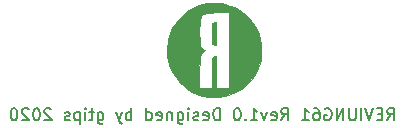
<source format=gbr>
G04 #@! TF.GenerationSoftware,KiCad,Pcbnew,(5.1.6-0-10_14)*
G04 #@! TF.CreationDate,2020-07-07T16:27:11+09:00*
G04 #@! TF.ProjectId,reviung61-top-plate,72657669-756e-4673-9631-2d746f702d70,1.0*
G04 #@! TF.SameCoordinates,Original*
G04 #@! TF.FileFunction,Legend,Bot*
G04 #@! TF.FilePolarity,Positive*
%FSLAX46Y46*%
G04 Gerber Fmt 4.6, Leading zero omitted, Abs format (unit mm)*
G04 Created by KiCad (PCBNEW (5.1.6-0-10_14)) date 2020-07-07 16:27:11*
%MOMM*%
%LPD*%
G01*
G04 APERTURE LIST*
%ADD10C,0.150000*%
%ADD11C,0.010000*%
G04 APERTURE END LIST*
D10*
X139642857Y-111702380D02*
X139976190Y-111226190D01*
X140214285Y-111702380D02*
X140214285Y-110702380D01*
X139833333Y-110702380D01*
X139738095Y-110750000D01*
X139690476Y-110797619D01*
X139642857Y-110892857D01*
X139642857Y-111035714D01*
X139690476Y-111130952D01*
X139738095Y-111178571D01*
X139833333Y-111226190D01*
X140214285Y-111226190D01*
X139214285Y-111178571D02*
X138880952Y-111178571D01*
X138738095Y-111702380D02*
X139214285Y-111702380D01*
X139214285Y-110702380D01*
X138738095Y-110702380D01*
X138452380Y-110702380D02*
X138119047Y-111702380D01*
X137785714Y-110702380D01*
X137452380Y-111702380D02*
X137452380Y-110702380D01*
X136976190Y-110702380D02*
X136976190Y-111511904D01*
X136928571Y-111607142D01*
X136880952Y-111654761D01*
X136785714Y-111702380D01*
X136595238Y-111702380D01*
X136500000Y-111654761D01*
X136452380Y-111607142D01*
X136404761Y-111511904D01*
X136404761Y-110702380D01*
X135928571Y-111702380D02*
X135928571Y-110702380D01*
X135357142Y-111702380D01*
X135357142Y-110702380D01*
X134357142Y-110750000D02*
X134452380Y-110702380D01*
X134595238Y-110702380D01*
X134738095Y-110750000D01*
X134833333Y-110845238D01*
X134880952Y-110940476D01*
X134928571Y-111130952D01*
X134928571Y-111273809D01*
X134880952Y-111464285D01*
X134833333Y-111559523D01*
X134738095Y-111654761D01*
X134595238Y-111702380D01*
X134500000Y-111702380D01*
X134357142Y-111654761D01*
X134309523Y-111607142D01*
X134309523Y-111273809D01*
X134500000Y-111273809D01*
X133452380Y-110702380D02*
X133642857Y-110702380D01*
X133738095Y-110750000D01*
X133785714Y-110797619D01*
X133880952Y-110940476D01*
X133928571Y-111130952D01*
X133928571Y-111511904D01*
X133880952Y-111607142D01*
X133833333Y-111654761D01*
X133738095Y-111702380D01*
X133547619Y-111702380D01*
X133452380Y-111654761D01*
X133404761Y-111607142D01*
X133357142Y-111511904D01*
X133357142Y-111273809D01*
X133404761Y-111178571D01*
X133452380Y-111130952D01*
X133547619Y-111083333D01*
X133738095Y-111083333D01*
X133833333Y-111130952D01*
X133880952Y-111178571D01*
X133928571Y-111273809D01*
X132404761Y-111702380D02*
X132976190Y-111702380D01*
X132690476Y-111702380D02*
X132690476Y-110702380D01*
X132785714Y-110845238D01*
X132880952Y-110940476D01*
X132976190Y-110988095D01*
X130642857Y-111702380D02*
X130976190Y-111226190D01*
X131214285Y-111702380D02*
X131214285Y-110702380D01*
X130833333Y-110702380D01*
X130738095Y-110750000D01*
X130690476Y-110797619D01*
X130642857Y-110892857D01*
X130642857Y-111035714D01*
X130690476Y-111130952D01*
X130738095Y-111178571D01*
X130833333Y-111226190D01*
X131214285Y-111226190D01*
X129833333Y-111654761D02*
X129928571Y-111702380D01*
X130119047Y-111702380D01*
X130214285Y-111654761D01*
X130261904Y-111559523D01*
X130261904Y-111178571D01*
X130214285Y-111083333D01*
X130119047Y-111035714D01*
X129928571Y-111035714D01*
X129833333Y-111083333D01*
X129785714Y-111178571D01*
X129785714Y-111273809D01*
X130261904Y-111369047D01*
X129452380Y-111035714D02*
X129214285Y-111702380D01*
X128976190Y-111035714D01*
X128071428Y-111702380D02*
X128642857Y-111702380D01*
X128357142Y-111702380D02*
X128357142Y-110702380D01*
X128452380Y-110845238D01*
X128547619Y-110940476D01*
X128642857Y-110988095D01*
X127642857Y-111607142D02*
X127595238Y-111654761D01*
X127642857Y-111702380D01*
X127690476Y-111654761D01*
X127642857Y-111607142D01*
X127642857Y-111702380D01*
X126976190Y-110702380D02*
X126880952Y-110702380D01*
X126785714Y-110750000D01*
X126738095Y-110797619D01*
X126690476Y-110892857D01*
X126642857Y-111083333D01*
X126642857Y-111321428D01*
X126690476Y-111511904D01*
X126738095Y-111607142D01*
X126785714Y-111654761D01*
X126880952Y-111702380D01*
X126976190Y-111702380D01*
X127071428Y-111654761D01*
X127119047Y-111607142D01*
X127166666Y-111511904D01*
X127214285Y-111321428D01*
X127214285Y-111083333D01*
X127166666Y-110892857D01*
X127119047Y-110797619D01*
X127071428Y-110750000D01*
X126976190Y-110702380D01*
X125452380Y-111702380D02*
X125452380Y-110702380D01*
X125214285Y-110702380D01*
X125071428Y-110750000D01*
X124976190Y-110845238D01*
X124928571Y-110940476D01*
X124880952Y-111130952D01*
X124880952Y-111273809D01*
X124928571Y-111464285D01*
X124976190Y-111559523D01*
X125071428Y-111654761D01*
X125214285Y-111702380D01*
X125452380Y-111702380D01*
X124071428Y-111654761D02*
X124166666Y-111702380D01*
X124357142Y-111702380D01*
X124452380Y-111654761D01*
X124500000Y-111559523D01*
X124500000Y-111178571D01*
X124452380Y-111083333D01*
X124357142Y-111035714D01*
X124166666Y-111035714D01*
X124071428Y-111083333D01*
X124023809Y-111178571D01*
X124023809Y-111273809D01*
X124500000Y-111369047D01*
X123642857Y-111654761D02*
X123547619Y-111702380D01*
X123357142Y-111702380D01*
X123261904Y-111654761D01*
X123214285Y-111559523D01*
X123214285Y-111511904D01*
X123261904Y-111416666D01*
X123357142Y-111369047D01*
X123500000Y-111369047D01*
X123595238Y-111321428D01*
X123642857Y-111226190D01*
X123642857Y-111178571D01*
X123595238Y-111083333D01*
X123500000Y-111035714D01*
X123357142Y-111035714D01*
X123261904Y-111083333D01*
X122785714Y-111702380D02*
X122785714Y-111035714D01*
X122785714Y-110702380D02*
X122833333Y-110750000D01*
X122785714Y-110797619D01*
X122738095Y-110750000D01*
X122785714Y-110702380D01*
X122785714Y-110797619D01*
X121880952Y-111035714D02*
X121880952Y-111845238D01*
X121928571Y-111940476D01*
X121976190Y-111988095D01*
X122071428Y-112035714D01*
X122214285Y-112035714D01*
X122309523Y-111988095D01*
X121880952Y-111654761D02*
X121976190Y-111702380D01*
X122166666Y-111702380D01*
X122261904Y-111654761D01*
X122309523Y-111607142D01*
X122357142Y-111511904D01*
X122357142Y-111226190D01*
X122309523Y-111130952D01*
X122261904Y-111083333D01*
X122166666Y-111035714D01*
X121976190Y-111035714D01*
X121880952Y-111083333D01*
X121404761Y-111035714D02*
X121404761Y-111702380D01*
X121404761Y-111130952D02*
X121357142Y-111083333D01*
X121261904Y-111035714D01*
X121119047Y-111035714D01*
X121023809Y-111083333D01*
X120976190Y-111178571D01*
X120976190Y-111702380D01*
X120119047Y-111654761D02*
X120214285Y-111702380D01*
X120404761Y-111702380D01*
X120500000Y-111654761D01*
X120547619Y-111559523D01*
X120547619Y-111178571D01*
X120500000Y-111083333D01*
X120404761Y-111035714D01*
X120214285Y-111035714D01*
X120119047Y-111083333D01*
X120071428Y-111178571D01*
X120071428Y-111273809D01*
X120547619Y-111369047D01*
X119214285Y-111702380D02*
X119214285Y-110702380D01*
X119214285Y-111654761D02*
X119309523Y-111702380D01*
X119500000Y-111702380D01*
X119595238Y-111654761D01*
X119642857Y-111607142D01*
X119690476Y-111511904D01*
X119690476Y-111226190D01*
X119642857Y-111130952D01*
X119595238Y-111083333D01*
X119500000Y-111035714D01*
X119309523Y-111035714D01*
X119214285Y-111083333D01*
X117976190Y-111702380D02*
X117976190Y-110702380D01*
X117976190Y-111083333D02*
X117880952Y-111035714D01*
X117690476Y-111035714D01*
X117595238Y-111083333D01*
X117547619Y-111130952D01*
X117500000Y-111226190D01*
X117500000Y-111511904D01*
X117547619Y-111607142D01*
X117595238Y-111654761D01*
X117690476Y-111702380D01*
X117880952Y-111702380D01*
X117976190Y-111654761D01*
X117166666Y-111035714D02*
X116928571Y-111702380D01*
X116690476Y-111035714D02*
X116928571Y-111702380D01*
X117023809Y-111940476D01*
X117071428Y-111988095D01*
X117166666Y-112035714D01*
X115119047Y-111035714D02*
X115119047Y-111845238D01*
X115166666Y-111940476D01*
X115214285Y-111988095D01*
X115309523Y-112035714D01*
X115452380Y-112035714D01*
X115547619Y-111988095D01*
X115119047Y-111654761D02*
X115214285Y-111702380D01*
X115404761Y-111702380D01*
X115500000Y-111654761D01*
X115547619Y-111607142D01*
X115595238Y-111511904D01*
X115595238Y-111226190D01*
X115547619Y-111130952D01*
X115500000Y-111083333D01*
X115404761Y-111035714D01*
X115214285Y-111035714D01*
X115119047Y-111083333D01*
X114785714Y-111035714D02*
X114404761Y-111035714D01*
X114642857Y-110702380D02*
X114642857Y-111559523D01*
X114595238Y-111654761D01*
X114500000Y-111702380D01*
X114404761Y-111702380D01*
X114071428Y-111702380D02*
X114071428Y-111035714D01*
X114071428Y-110702380D02*
X114119047Y-110750000D01*
X114071428Y-110797619D01*
X114023809Y-110750000D01*
X114071428Y-110702380D01*
X114071428Y-110797619D01*
X113595238Y-111035714D02*
X113595238Y-112035714D01*
X113595238Y-111083333D02*
X113500000Y-111035714D01*
X113309523Y-111035714D01*
X113214285Y-111083333D01*
X113166666Y-111130952D01*
X113119047Y-111226190D01*
X113119047Y-111511904D01*
X113166666Y-111607142D01*
X113214285Y-111654761D01*
X113309523Y-111702380D01*
X113500000Y-111702380D01*
X113595238Y-111654761D01*
X112738095Y-111654761D02*
X112642857Y-111702380D01*
X112452380Y-111702380D01*
X112357142Y-111654761D01*
X112309523Y-111559523D01*
X112309523Y-111511904D01*
X112357142Y-111416666D01*
X112452380Y-111369047D01*
X112595238Y-111369047D01*
X112690476Y-111321428D01*
X112738095Y-111226190D01*
X112738095Y-111178571D01*
X112690476Y-111083333D01*
X112595238Y-111035714D01*
X112452380Y-111035714D01*
X112357142Y-111083333D01*
X111166666Y-110797619D02*
X111119047Y-110750000D01*
X111023809Y-110702380D01*
X110785714Y-110702380D01*
X110690476Y-110750000D01*
X110642857Y-110797619D01*
X110595238Y-110892857D01*
X110595238Y-110988095D01*
X110642857Y-111130952D01*
X111214285Y-111702380D01*
X110595238Y-111702380D01*
X109976190Y-110702380D02*
X109880952Y-110702380D01*
X109785714Y-110750000D01*
X109738095Y-110797619D01*
X109690476Y-110892857D01*
X109642857Y-111083333D01*
X109642857Y-111321428D01*
X109690476Y-111511904D01*
X109738095Y-111607142D01*
X109785714Y-111654761D01*
X109880952Y-111702380D01*
X109976190Y-111702380D01*
X110071428Y-111654761D01*
X110119047Y-111607142D01*
X110166666Y-111511904D01*
X110214285Y-111321428D01*
X110214285Y-111083333D01*
X110166666Y-110892857D01*
X110119047Y-110797619D01*
X110071428Y-110750000D01*
X109976190Y-110702380D01*
X109261904Y-110797619D02*
X109214285Y-110750000D01*
X109119047Y-110702380D01*
X108880952Y-110702380D01*
X108785714Y-110750000D01*
X108738095Y-110797619D01*
X108690476Y-110892857D01*
X108690476Y-110988095D01*
X108738095Y-111130952D01*
X109309523Y-111702380D01*
X108690476Y-111702380D01*
X108071428Y-110702380D02*
X107976190Y-110702380D01*
X107880952Y-110750000D01*
X107833333Y-110797619D01*
X107785714Y-110892857D01*
X107738095Y-111083333D01*
X107738095Y-111321428D01*
X107785714Y-111511904D01*
X107833333Y-111607142D01*
X107880952Y-111654761D01*
X107976190Y-111702380D01*
X108071428Y-111702380D01*
X108166666Y-111654761D01*
X108214285Y-111607142D01*
X108261904Y-111511904D01*
X108309523Y-111321428D01*
X108309523Y-111083333D01*
X108261904Y-110892857D01*
X108214285Y-110797619D01*
X108166666Y-110750000D01*
X108071428Y-110702380D01*
D11*
G36*
X124955315Y-103431922D02*
G01*
X124880345Y-103460525D01*
X124837687Y-103503908D01*
X124832353Y-103535791D01*
X124827621Y-103604282D01*
X124823515Y-103703663D01*
X124820062Y-103828214D01*
X124817287Y-103972213D01*
X124815216Y-104129941D01*
X124813872Y-104295678D01*
X124813283Y-104463703D01*
X124813473Y-104628298D01*
X124814468Y-104783741D01*
X124816292Y-104924312D01*
X124818972Y-105044292D01*
X124822533Y-105137960D01*
X124827001Y-105199596D01*
X124830082Y-105218658D01*
X124869363Y-105298116D01*
X124937210Y-105347645D01*
X125035168Y-105368247D01*
X125062449Y-105369000D01*
X125148167Y-105369000D01*
X125148167Y-103421666D01*
X125053913Y-103421666D01*
X124955315Y-103431922D01*
G37*
X124955315Y-103431922D02*
X124880345Y-103460525D01*
X124837687Y-103503908D01*
X124832353Y-103535791D01*
X124827621Y-103604282D01*
X124823515Y-103703663D01*
X124820062Y-103828214D01*
X124817287Y-103972213D01*
X124815216Y-104129941D01*
X124813872Y-104295678D01*
X124813283Y-104463703D01*
X124813473Y-104628298D01*
X124814468Y-104783741D01*
X124816292Y-104924312D01*
X124818972Y-105044292D01*
X124822533Y-105137960D01*
X124827001Y-105199596D01*
X124830082Y-105218658D01*
X124869363Y-105298116D01*
X124937210Y-105347645D01*
X125035168Y-105368247D01*
X125062449Y-105369000D01*
X125148167Y-105369000D01*
X125148167Y-103421666D01*
X125053913Y-103421666D01*
X124955315Y-103431922D01*
G36*
X124739169Y-101778093D02*
G01*
X124342381Y-101822589D01*
X123950887Y-101906850D01*
X123567898Y-102030847D01*
X123215208Y-102185247D01*
X122859935Y-102384243D01*
X122533684Y-102612008D01*
X122237017Y-102865973D01*
X121970494Y-103143568D01*
X121734676Y-103442224D01*
X121530125Y-103759373D01*
X121357401Y-104092446D01*
X121217064Y-104438873D01*
X121109675Y-104796087D01*
X121035796Y-105161517D01*
X120995987Y-105532596D01*
X120990808Y-105906754D01*
X121020821Y-106281422D01*
X121086587Y-106654032D01*
X121188665Y-107022014D01*
X121327618Y-107382799D01*
X121504005Y-107733819D01*
X121718388Y-108072505D01*
X121882553Y-108290000D01*
X121986140Y-108409791D01*
X122112723Y-108543066D01*
X122251574Y-108679468D01*
X122391965Y-108808642D01*
X122523166Y-108920231D01*
X122587000Y-108969968D01*
X122925165Y-109196517D01*
X123282842Y-109386755D01*
X123656646Y-109539746D01*
X124043194Y-109654554D01*
X124439100Y-109730244D01*
X124840980Y-109765881D01*
X125245449Y-109760528D01*
X125399900Y-109747471D01*
X125801110Y-109684916D01*
X126188135Y-109583797D01*
X126558906Y-109446113D01*
X126911356Y-109273861D01*
X127243417Y-109069042D01*
X127405034Y-108946166D01*
X126248834Y-108946166D01*
X125148167Y-108946166D01*
X125148167Y-106300333D01*
X125068792Y-106300645D01*
X124966921Y-106316230D01*
X124891472Y-106363568D01*
X124846575Y-106427627D01*
X124838709Y-106445950D01*
X124832035Y-106469307D01*
X124826456Y-106501090D01*
X124821875Y-106544695D01*
X124818196Y-106603514D01*
X124815322Y-106680942D01*
X124813154Y-106780372D01*
X124811597Y-106905197D01*
X124810554Y-107058811D01*
X124809926Y-107244608D01*
X124809619Y-107465982D01*
X124809533Y-107723791D01*
X124809500Y-108946166D01*
X123727865Y-108946166D01*
X123734700Y-107670875D01*
X123736150Y-107406552D01*
X123737535Y-107181061D01*
X123738988Y-106990896D01*
X123740643Y-106832557D01*
X123742632Y-106702539D01*
X123745090Y-106597341D01*
X123748150Y-106513460D01*
X123751944Y-106447393D01*
X123756607Y-106395637D01*
X123762272Y-106354690D01*
X123769071Y-106321048D01*
X123777140Y-106291210D01*
X123786610Y-106261673D01*
X123788577Y-106255810D01*
X123860954Y-106103360D01*
X123965740Y-105972376D01*
X124096552Y-105870649D01*
X124110880Y-105862351D01*
X124213726Y-105804538D01*
X124125321Y-105754649D01*
X123996016Y-105664405D01*
X123895774Y-105553363D01*
X123819309Y-105414558D01*
X123776430Y-105294916D01*
X123766313Y-105239116D01*
X123757393Y-105146894D01*
X123749724Y-105024146D01*
X123743357Y-104876768D01*
X123738346Y-104710656D01*
X123734744Y-104531707D01*
X123732603Y-104345815D01*
X123731976Y-104158877D01*
X123732917Y-103976790D01*
X123735477Y-103805449D01*
X123739711Y-103650749D01*
X123745670Y-103518588D01*
X123753408Y-103414861D01*
X123759145Y-103367262D01*
X123794980Y-103178116D01*
X123841282Y-103025671D01*
X123900743Y-102905016D01*
X123976053Y-102811239D01*
X124069904Y-102739428D01*
X124117093Y-102713853D01*
X124177592Y-102685633D01*
X124236629Y-102662032D01*
X124298674Y-102642584D01*
X124368196Y-102626818D01*
X124449667Y-102614267D01*
X124547557Y-102604463D01*
X124666335Y-102596936D01*
X124810472Y-102591219D01*
X124984438Y-102586842D01*
X125192704Y-102583338D01*
X125386292Y-102580857D01*
X126248834Y-102570707D01*
X126248834Y-108946166D01*
X127405034Y-108946166D01*
X127553023Y-108833652D01*
X127838105Y-108569689D01*
X128096596Y-108279153D01*
X128326429Y-107964042D01*
X128525536Y-107626353D01*
X128691850Y-107268085D01*
X128823303Y-106891236D01*
X128917828Y-106497805D01*
X128947360Y-106318746D01*
X128964041Y-106159312D01*
X128974042Y-105972012D01*
X128977364Y-105770784D01*
X128974008Y-105569564D01*
X128963974Y-105382289D01*
X128947321Y-105223308D01*
X128868838Y-104817277D01*
X128751869Y-104426807D01*
X128597990Y-104054043D01*
X128408777Y-103701129D01*
X128185805Y-103370208D01*
X127930652Y-103063423D01*
X127644891Y-102782917D01*
X127330100Y-102530835D01*
X126987854Y-102309320D01*
X126690249Y-102153136D01*
X126315110Y-101998359D01*
X125929223Y-101883496D01*
X125535799Y-101808517D01*
X125138045Y-101773393D01*
X124739169Y-101778093D01*
G37*
X124739169Y-101778093D02*
X124342381Y-101822589D01*
X123950887Y-101906850D01*
X123567898Y-102030847D01*
X123215208Y-102185247D01*
X122859935Y-102384243D01*
X122533684Y-102612008D01*
X122237017Y-102865973D01*
X121970494Y-103143568D01*
X121734676Y-103442224D01*
X121530125Y-103759373D01*
X121357401Y-104092446D01*
X121217064Y-104438873D01*
X121109675Y-104796087D01*
X121035796Y-105161517D01*
X120995987Y-105532596D01*
X120990808Y-105906754D01*
X121020821Y-106281422D01*
X121086587Y-106654032D01*
X121188665Y-107022014D01*
X121327618Y-107382799D01*
X121504005Y-107733819D01*
X121718388Y-108072505D01*
X121882553Y-108290000D01*
X121986140Y-108409791D01*
X122112723Y-108543066D01*
X122251574Y-108679468D01*
X122391965Y-108808642D01*
X122523166Y-108920231D01*
X122587000Y-108969968D01*
X122925165Y-109196517D01*
X123282842Y-109386755D01*
X123656646Y-109539746D01*
X124043194Y-109654554D01*
X124439100Y-109730244D01*
X124840980Y-109765881D01*
X125245449Y-109760528D01*
X125399900Y-109747471D01*
X125801110Y-109684916D01*
X126188135Y-109583797D01*
X126558906Y-109446113D01*
X126911356Y-109273861D01*
X127243417Y-109069042D01*
X127405034Y-108946166D01*
X126248834Y-108946166D01*
X125148167Y-108946166D01*
X125148167Y-106300333D01*
X125068792Y-106300645D01*
X124966921Y-106316230D01*
X124891472Y-106363568D01*
X124846575Y-106427627D01*
X124838709Y-106445950D01*
X124832035Y-106469307D01*
X124826456Y-106501090D01*
X124821875Y-106544695D01*
X124818196Y-106603514D01*
X124815322Y-106680942D01*
X124813154Y-106780372D01*
X124811597Y-106905197D01*
X124810554Y-107058811D01*
X124809926Y-107244608D01*
X124809619Y-107465982D01*
X124809533Y-107723791D01*
X124809500Y-108946166D01*
X123727865Y-108946166D01*
X123734700Y-107670875D01*
X123736150Y-107406552D01*
X123737535Y-107181061D01*
X123738988Y-106990896D01*
X123740643Y-106832557D01*
X123742632Y-106702539D01*
X123745090Y-106597341D01*
X123748150Y-106513460D01*
X123751944Y-106447393D01*
X123756607Y-106395637D01*
X123762272Y-106354690D01*
X123769071Y-106321048D01*
X123777140Y-106291210D01*
X123786610Y-106261673D01*
X123788577Y-106255810D01*
X123860954Y-106103360D01*
X123965740Y-105972376D01*
X124096552Y-105870649D01*
X124110880Y-105862351D01*
X124213726Y-105804538D01*
X124125321Y-105754649D01*
X123996016Y-105664405D01*
X123895774Y-105553363D01*
X123819309Y-105414558D01*
X123776430Y-105294916D01*
X123766313Y-105239116D01*
X123757393Y-105146894D01*
X123749724Y-105024146D01*
X123743357Y-104876768D01*
X123738346Y-104710656D01*
X123734744Y-104531707D01*
X123732603Y-104345815D01*
X123731976Y-104158877D01*
X123732917Y-103976790D01*
X123735477Y-103805449D01*
X123739711Y-103650749D01*
X123745670Y-103518588D01*
X123753408Y-103414861D01*
X123759145Y-103367262D01*
X123794980Y-103178116D01*
X123841282Y-103025671D01*
X123900743Y-102905016D01*
X123976053Y-102811239D01*
X124069904Y-102739428D01*
X124117093Y-102713853D01*
X124177592Y-102685633D01*
X124236629Y-102662032D01*
X124298674Y-102642584D01*
X124368196Y-102626818D01*
X124449667Y-102614267D01*
X124547557Y-102604463D01*
X124666335Y-102596936D01*
X124810472Y-102591219D01*
X124984438Y-102586842D01*
X125192704Y-102583338D01*
X125386292Y-102580857D01*
X126248834Y-102570707D01*
X126248834Y-108946166D01*
X127405034Y-108946166D01*
X127553023Y-108833652D01*
X127838105Y-108569689D01*
X128096596Y-108279153D01*
X128326429Y-107964042D01*
X128525536Y-107626353D01*
X128691850Y-107268085D01*
X128823303Y-106891236D01*
X128917828Y-106497805D01*
X128947360Y-106318746D01*
X128964041Y-106159312D01*
X128974042Y-105972012D01*
X128977364Y-105770784D01*
X128974008Y-105569564D01*
X128963974Y-105382289D01*
X128947321Y-105223308D01*
X128868838Y-104817277D01*
X128751869Y-104426807D01*
X128597990Y-104054043D01*
X128408777Y-103701129D01*
X128185805Y-103370208D01*
X127930652Y-103063423D01*
X127644891Y-102782917D01*
X127330100Y-102530835D01*
X126987854Y-102309320D01*
X126690249Y-102153136D01*
X126315110Y-101998359D01*
X125929223Y-101883496D01*
X125535799Y-101808517D01*
X125138045Y-101773393D01*
X124739169Y-101778093D01*
M02*

</source>
